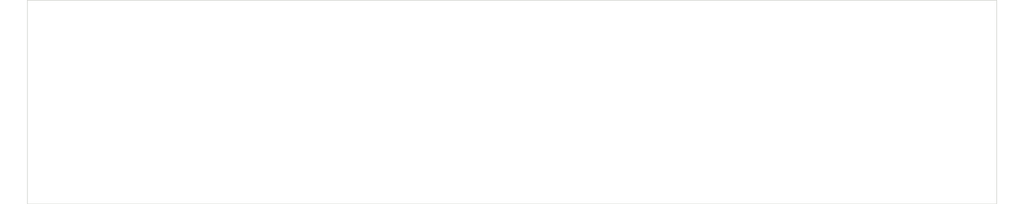
<source format=kicad_pcb>
(kicad_pcb (version 20240108) (generator "pcbnew") (generator_version "8.0")
  (layers (0 "F.Cu" signal) (31 "B.Cu" signal) (34 "B.Paste" user) (35 "F.Paste" user) (36 "B.SilkS" user "B.Silkscreen") (37 "F.SilkS" user "F.Silkscreen") (38 "B.Mask" user) (39 "F.Mask" user) (44 "Edge.Cuts" user))
  (net 0 "")
  (footprint "MountingHole:MountingHole_2.7mm_M2.5" (layer "F.Cu") (at 205 81)
    (property "Reference" "H2" (hide yes))
    (property "Value" "MountingHole")
    (pad "" np_thru_hole circle (at 0 0) (size 2.7 2.7) (drill 2.7) (layers "*.Cu" "*.Mask"))
  )
  (footprint "MountingHole:MountingHole_2.7mm_M2.5" (layer "F.Cu") (at 135 80.55)
    (property "Reference" "H1" (hide yes))
    (property "Value" "MountingHole")
    (pad "" np_thru_hole circle (at 0 0) (size 2.7 2.7) (drill 2.7) (layers "*.Cu" "*.Mask"))
  )
  (gr_line (start 208 72.5) (end 208 88.5) (stroke (width 0.05)) (layer "Edge.Cuts"))
  (gr_line (start 132 72.5) (end 132 88.5) (stroke (width 0.05)) (layer "Edge.Cuts"))
  (gr_line (start 132 88.5) (end 208 88.5) (stroke (width 0.05)) (layer "Edge.Cuts"))
  (gr_line (start 132 72.5) (end 208 72.5) (stroke (width 0.05)) (layer "Edge.Cuts"))
)
</source>
